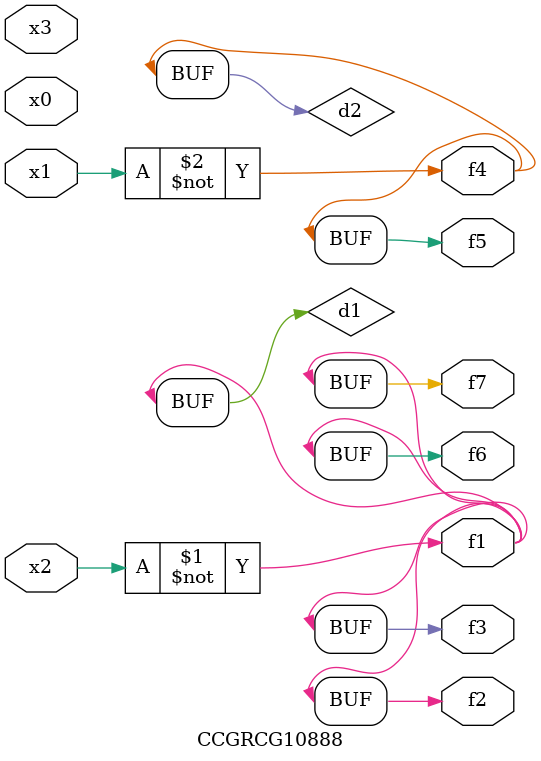
<source format=v>
module CCGRCG10888(
	input x0, x1, x2, x3,
	output f1, f2, f3, f4, f5, f6, f7
);

	wire d1, d2;

	xnor (d1, x2);
	not (d2, x1);
	assign f1 = d1;
	assign f2 = d1;
	assign f3 = d1;
	assign f4 = d2;
	assign f5 = d2;
	assign f6 = d1;
	assign f7 = d1;
endmodule

</source>
